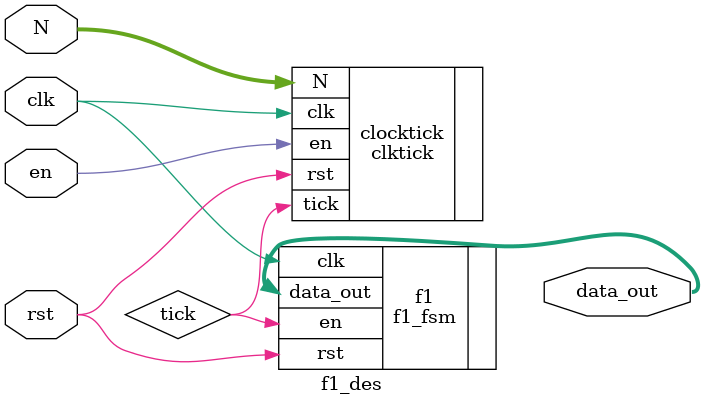
<source format=sv>
module f1_des #(
  parameter N_WIDTH = 16,
  parameter D_WIDTH = 8
)(
  // interface signals
  input   logic                 clk,  // clock
  input   logic                 rst,  // reset
  input   logic                 en,   // enable
  input   logic [N_WIDTH-1:0]   N,     // tick output
  output  logic [D_WIDTH-1:0]   data_out  // output data
);

  logic  tick;

  clktick clocktick (
  .clk (clk),      // clock 
  .rst (rst),      // reset
  .en (en),       // enable signal
  .N (N),     	 // clock divided by N+1
  .tick (tick)      // tick output
  );

  f1_fsm f1 (
    .rst (rst),
    .en (tick),
    .clk (clk),
    .data_out (data_out)
  );

endmodule

</source>
